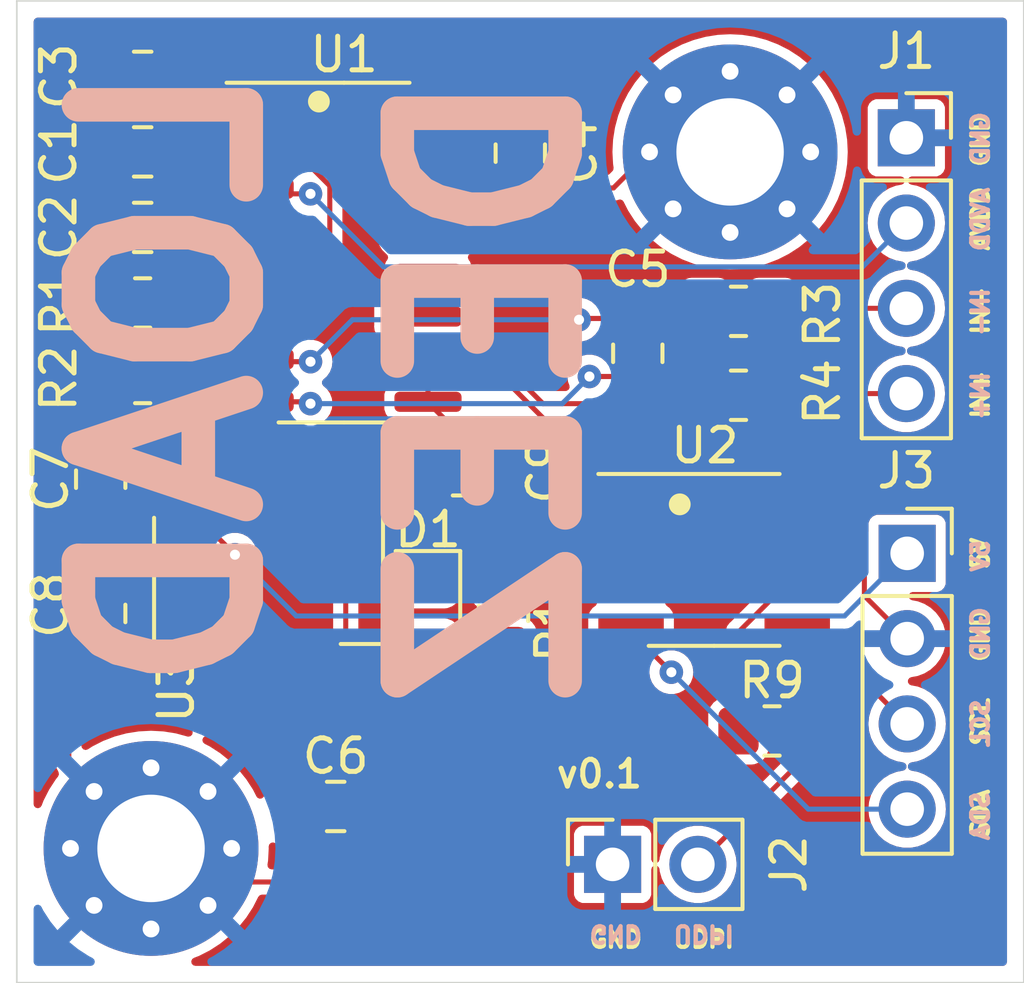
<source format=kicad_pcb>
(kicad_pcb (version 20221018) (generator pcbnew)
  (layers (0 "F.Cu" signal "Front") (1 "In1.Cu" signal) (2 "In2.Cu" signal) (31 "B.Cu" signal "Back") (34 "B.Paste" user) (35 "F.Paste" user) (36 "B.SilkS" user "B.Silkscreen") (37 "F.SilkS" user "F.Silkscreen") (38 "B.Mask" user) (39 "F.Mask" user) (44 "Edge.Cuts" user))
  (net 0 "")
  (net 1 "GND")
  (net 2 "+5V")
  (net 3 "AVDD")
  (net 4 "IN-")
  (net 5 "IN+")
  (net 6 "Net-(J1-Pin_3)")
  (net 7 "Net-(J1-Pin_4)")
  (net 8 "UDPI")
  (net 9 "Net-(U1-VFB)")
  (net 10 "Net-(U2-~{RESET}{slash}PA0)")
  (net 11 "PD_SCK")
  (net 12 "DOUT")
  (net 13 "+3.3V")
  (net 14 "SCL")
  (net 15 "SDA")
  (net 16 "Net-(U2-PA7)")
  (net 17 "Net-(D1-A)")
  (footprint "Resistor_SMD:R_0805_2012Metric_Pad1.20x1.40mm_HandSolder" (layer "F.Cu") (at 126 96.75 180)
    (fp_text reference "R3" (at -2.5 -0.1 90) (layer "F.SilkS"))
    (fp_text value "100" hide)
    (fp_line (start -0.227064 -0.735) (end 0.227064 -0.735) (stroke (width 0.12)) (layer "F.SilkS"))
    (fp_line (start -0.227064 0.735) (end 0.227064 0.735) (stroke (width 0.12)) (layer "F.SilkS"))
    (pad "1" smd roundrect (at -1 0 180) (size 1.2 1.4) (layers "F.Cu" "F.Paste" "F.Mask") (roundrect_rratio 0.2083333333) (net 6 "Net-(J1-Pin_3)"))
    (pad "2" smd roundrect (at 1 0 180) (size 1.2 1.4) (layers "F.Cu" "F.Paste" "F.Mask") (roundrect_rratio 0.2083333333) (net 4 "IN-"))
  )
  (footprint "Capacitor_SMD:C_0805_2012Metric_Pad1.18x1.45mm_HandSolder" (layer "F.Cu") (at 107 101.75 90)
    (fp_text reference "C7" (at 0 -1.5 270) (layer "F.SilkS"))
    (fp_text value "10u" hide)
    (fp_line (start -0.261252 -0.735) (end 0.261252 -0.735) (stroke (width 0.12)) (layer "F.SilkS"))
    (fp_line (start -0.261252 0.735) (end 0.261252 0.735) (stroke (width 0.12)) (layer "F.SilkS"))
    (pad "1" smd roundrect (at -1.0375 0 90) (size 1.175 1.45) (layers "F.Cu" "F.Paste" "F.Mask") (roundrect_rratio 0.212766) (net 2 "+5V"))
    (pad "2" smd roundrect (at 1.0375 0 90) (size 1.175 1.45) (layers "F.Cu" "F.Paste" "F.Mask") (roundrect_rratio 0.212766) (net 1 "GND"))
  )
  (footprint "Connector_PinSocket_2.54mm:PinSocket_1x04_P2.54mm_Vertical" (layer "F.Cu") (at 131 91.58)
    (fp_text reference "J1" (at 0 -2.58) (layer "F.SilkS"))
    (fp_text value "Strain Gauge" hide)
    (fp_line (start -1.33 1.27) (end -1.33 8.95) (stroke (width 0.12)) (layer "F.SilkS"))
    (fp_line (start -1.33 1.27) (end 1.33 1.27) (stroke (width 0.12)) (layer "F.SilkS"))
    (fp_line (start -1.33 8.95) (end 1.33 8.95) (stroke (width 0.12)) (layer "F.SilkS"))
    (fp_line (start 0 -1.33) (end 1.33 -1.33) (stroke (width 0.12)) (layer "F.SilkS"))
    (fp_line (start 1.33 -1.33) (end 1.33 0) (stroke (width 0.12)) (layer "F.SilkS"))
    (fp_line (start 1.33 1.27) (end 1.33 8.95) (stroke (width 0.12)) (layer "F.SilkS"))
    (pad "1" thru_hole rect (at 0 0) (size 1.7 1.7) (drill 1) (layers "*.Cu" "*.Mask") (net 1 "GND"))
    (pad "2" thru_hole oval (at 0 2.54) (size 1.7 1.7) (drill 1) (layers "*.Cu" "*.Mask") (net 3 "AVDD"))
    (pad "3" thru_hole oval (at 0 5.08) (size 1.7 1.7) (drill 1) (layers "*.Cu" "*.Mask") (net 6 "Net-(J1-Pin_3)"))
    (pad "4" thru_hole oval (at 0 7.62) (size 1.7 1.7) (drill 1) (layers "*.Cu" "*.Mask") (net 7 "Net-(J1-Pin_4)"))
  )
  (footprint "Resistor_SMD:R_0805_2012Metric_Pad1.20x1.40mm_HandSolder" (layer "F.Cu") (at 127 109.25)
    (fp_text reference "R9" (at 0 -1.5 180) (layer "F.SilkS"))
    (fp_text value "4k7" hide)
    (fp_line (start -0.227064 -0.735) (end 0.227064 -0.735) (stroke (width 0.12)) (layer "F.SilkS"))
    (fp_line (start -0.227064 0.735) (end 0.227064 0.735) (stroke (width 0.12)) (layer "F.SilkS"))
    (pad "1" smd roundrect (at -1 0) (size 1.2 1.4) (layers "F.Cu" "F.Paste" "F.Mask") (roundrect_rratio 0.2083333333) (net 10 "Net-(U2-~{RESET}{slash}PA0)"))
    (pad "2" smd roundrect (at 1 0) (size 1.2 1.4) (layers "F.Cu" "F.Paste" "F.Mask") (roundrect_rratio 0.2083333333) (net 8 "UDPI"))
  )
  (footprint "MountingHole:MountingHole_3.2mm_M3_Pad_Via" (layer "F.Cu") (at 108.5 112.75)
    (fp_text reference "H1" hide)
    (fp_text value "MountingHole_Pad" hide)
    (pad "1" thru_hole circle (at -2.4 0) (size 0.8 0.8) (drill 0.5) (layers "*.Cu" "*.Mask") (net 1 "GND"))
    (pad "1" thru_hole circle (at -1.697056 -1.697056) (size 0.8 0.8) (drill 0.5) (layers "*.Cu" "*.Mask") (net 1 "GND"))
    (pad "1" thru_hole circle (at -1.697056 1.697056) (size 0.8 0.8) (drill 0.5) (layers "*.Cu" "*.Mask") (net 1 "GND"))
    (pad "1" thru_hole circle (at 0 -2.4) (size 0.8 0.8) (drill 0.5) (layers "*.Cu" "*.Mask") (net 1 "GND"))
    (pad "1" thru_hole circle (at 0 0) (size 6.4 6.4) (drill 3.2) (layers "*.Cu" "*.Mask") (net 1 "GND"))
    (pad "1" thru_hole circle (at 0 2.4) (size 0.8 0.8) (drill 0.5) (layers "*.Cu" "*.Mask") (net 1 "GND"))
    (pad "1" thru_hole circle (at 1.697056 -1.697056) (size 0.8 0.8) (drill 0.5) (layers "*.Cu" "*.Mask") (net 1 "GND"))
    (pad "1" thru_hole circle (at 1.697056 1.697056) (size 0.8 0.8) (drill 0.5) (layers "*.Cu" "*.Mask") (net 1 "GND"))
    (pad "1" thru_hole circle (at 2.4 0) (size 0.8 0.8) (drill 0.5) (layers "*.Cu" "*.Mask") (net 1 "GND"))
  )
  (footprint "Resistor_SMD:R_0805_2012Metric_Pad1.20x1.40mm_HandSolder" (layer "F.Cu") (at 108.25 98.75 180)
    (fp_text reference "R2" (at 2.5 0 90) (layer "F.SilkS"))
    (fp_text value "12K" hide)
    (fp_line (start -0.227064 -0.735) (end 0.227064 -0.735) (stroke (width 0.12)) (layer "F.SilkS"))
    (fp_line (start -0.227064 0.735) (end 0.227064 0.735) (stroke (width 0.12)) (layer "F.SilkS"))
    (pad "1" smd roundrect (at -1 0 180) (size 1.2 1.4) (layers "F.Cu" "F.Paste" "F.Mask") (roundrect_rratio 0.208333) (net 9 "Net-(U1-VFB)"))
    (pad "2" smd roundrect (at 1 0 180) (size 1.2 1.4) (layers "F.Cu" "F.Paste" "F.Mask") (roundrect_rratio 0.208333) (net 1 "GND"))
  )
  (footprint "Capacitor_SMD:C_0805_2012Metric_Pad1.18x1.45mm_HandSolder" (layer "F.Cu") (at 119.5 92.0375 90)
    (fp_text reference "C4" (at 0.0375 1.75 90) (layer "F.SilkS"))
    (fp_text value "10u" hide)
    (fp_line (start -0.261252 -0.735) (end 0.261252 -0.735) (stroke (width 0.12)) (layer "F.SilkS"))
    (fp_line (start -0.261252 0.735) (end 0.261252 0.735) (stroke (width 0.12)) (layer "F.SilkS"))
    (pad "1" smd roundrect (at -1.0375 0 90) (size 1.175 1.45) (layers "F.Cu" "F.Paste" "F.Mask") (roundrect_rratio 0.212766) (net 1 "GND"))
    (pad "2" smd roundrect (at 1.0375 0 90) (size 1.175 1.45) (layers "F.Cu" "F.Paste" "F.Mask") (roundrect_rratio 0.212766) (net 13 "+3.3V"))
  )
  (footprint "Package_SO:SOP-16_3.9x9.9mm_P1.27mm" (layer "F.Cu") (at 114.25 95)
    (fp_text reference "U1" (at 0 -5.9) (layer "F.SilkS"))
    (fp_text value "HX717")
    (fp_line (start 0 -5.06) (end -3.5 -5.06) (stroke (width 0.12)) (layer "F.SilkS"))
    (fp_line (start 0 -5.06) (end 1.95 -5.06) (stroke (width 0.12)) (layer "F.SilkS"))
    (fp_line (start 0 5.06) (end -1.95 5.06) (stroke (width 0.12)) (layer "F.SilkS"))
    (fp_line (start 0 5.06) (end 1.95 5.06) (stroke (width 0.12)) (layer "F.SilkS"))
    (pad "1" smd roundrect (at -2.5 -4.445) (size 2 0.6) (layers "F.Cu" "F.Paste" "F.Mask") (net 13 "+3.3V"))
    (pad "2" smd roundrect (at -2.5 -3.175) (size 2 0.6) (layers "F.Cu" "F.Paste" "F.Mask") (net 1 "GND"))
    (pad "3" smd roundrect (at -2.5 -1.905) (size 2 0.6) (layers "F.Cu" "F.Paste" "F.Mask") (net 3 "AVDD"))
    (pad "4" smd roundrect (at -2.5 -0.635) (size 2 0.6) (layers "F.Cu" "F.Paste" "F.Mask") (net 9 "Net-(U1-VFB)"))
    (pad "5" smd roundrect (at -2.5 0.635) (size 2 0.6) (layers "F.Cu" "F.Paste" "F.Mask") (net 1 "GND"))
    (pad "6" smd roundrect (at -2.5 1.905) (size 2 0.6) (layers "F.Cu" "F.Paste" "F.Mask") (net 13 "+3.3V"))
    (pad "7" smd roundrect (at -2.5 3.175) (size 2 0.6) (layers "F.Cu" "F.Paste" "F.Mask") (net 4 "IN-"))
    (pad "8" smd roundrect (at -2.5 4.445) (size 2 0.6) (layers "F.Cu" "F.Paste" "F.Mask") (net 5 "IN+"))
    (pad "9" smd roundrect (at 2.5 4.445) (size 2 0.6) (layers "F.Cu" "F.Paste" "F.Mask") (net 1 "GND"))
    (pad "10" smd roundrect (at 2.5 3.175) (size 2 0.6) (layers "F.Cu" "F.Paste" "F.Mask") (net 1 "GND"))
    (pad "11" smd roundrect (at 2.5 1.905) (size 2 0.6) (layers "F.Cu" "F.Paste" "F.Mask") (net 11 "PD_SCK"))
    (pad "12" smd roundrect (at 2.5 0.635) (size 2 0.6) (layers "F.Cu" "F.Paste" "F.Mask") (net 12 "DOUT"))
    (pad "13" smd roundrect (at 2.5 -0.635) (size 2 0.6) (layers "F.Cu" "F.Paste" "F.Mask") (net 13 "+3.3V"))
    (pad "14" smd roundrect (at 2.5 -1.905) (size 2 0.6) (layers "F.Cu" "F.Paste" "F.Mask") (net 1 "GND"))
    (pad "15" smd roundrect (at 2.5 -3.175) (size 2 0.6) (layers "F.Cu" "F.Paste" "F.Mask") (net 1 "GND"))
    (pad "16" smd roundrect (at 2.5 -4.445) (size 2 0.6) (layers "F.Cu" "F.Paste" "F.Mask") (net 13 "+3.3V"))
  )
  (footprint "Capacitor_SMD:C_0805_2012Metric_Pad1.18x1.45mm_HandSolder" (layer "F.Cu") (at 117.75 101.5)
    (fp_text reference "C9" (at 2.5 0 -90) (layer "F.SilkS"))
    (fp_text value "10u" hide)
    (fp_line (start -0.261252 -0.735) (end 0.261252 -0.735) (stroke (width 0.12)) (layer "F.SilkS"))
    (fp_line (start -0.261252 0.735) (end 0.261252 0.735) (stroke (width 0.12)) (layer "F.SilkS"))
    (pad "1" smd roundrect (at -1.0375 0) (size 1.175 1.45) (layers "F.Cu" "F.Paste" "F.Mask") (roundrect_rratio 0.2127659574) (net 13 "+3.3V"))
    (pad "2" smd roundrect (at 1.0375 0) (size 1.175 1.45) (layers "F.Cu" "F.Paste" "F.Mask") (roundrect_rratio 0.2127659574) (net 1 "GND"))
  )
  (footprint "Capacitor_SMD:C_0805_2012Metric_Pad1.18x1.45mm_HandSolder" (layer "F.Cu") (at 108.25 94.25 180)
    (fp_text reference "C2" (at 2.5 0 270) (layer "F.SilkS"))
    (fp_text value "10u" hide)
    (fp_line (start -0.261252 -0.735) (end 0.261252 -0.735) (stroke (width 0.12)) (layer "F.SilkS"))
    (fp_line (start -0.261252 0.735) (end 0.261252 0.735) (stroke (width 0.12)) (layer "F.SilkS"))
    (pad "1" smd roundrect (at -1.0375 0 180) (size 1.175 1.45) (layers "F.Cu" "F.Paste" "F.Mask") (roundrect_rratio 0.212766) (net 3 "AVDD"))
    (pad "2" smd roundrect (at 1.0375 0 180) (size 1.175 1.45) (layers "F.Cu" "F.Paste" "F.Mask") (roundrect_rratio 0.212766) (net 1 "GND"))
  )
  (footprint "Connector_PinSocket_2.54mm:PinSocket_1x02_P2.54mm_Vertical" (layer "F.Cu") (at 122.25 113.225 90)
    (fp_text reference "J2" (at 0 5.25 270) (layer "F.SilkS"))
    (fp_text value "Programmer" hide)
    (fp_line (start -1.33 1.27) (end -1.33 3.87) (stroke (width 0.12)) (layer "F.SilkS"))
    (fp_line (start -1.33 1.27) (end 1.33 1.27) (stroke (width 0.12)) (layer "F.SilkS"))
    (fp_line (start -1.33 3.87) (end 1.33 3.87) (stroke (width 0.12)) (layer "F.SilkS"))
    (fp_line (start 0 -1.33) (end 1.33 -1.33) (stroke (width 0.12)) (layer "F.SilkS"))
    (fp_line (start 1.33 -1.33) (end 1.33 0) (stroke (width 0.12)) (layer "F.SilkS"))
    (fp_line (start 1.33 1.27) (end 1.33 3.87) (stroke (width 0.12)) (layer "F.SilkS"))
    (pad "1" thru_hole rect (at 0 0 90) (size 1.7 1.7) (drill 1) (layers "*.Cu" "*.Mask") (net 1 "GND"))
    (pad "2" thru_hole oval (at 0 2.54 90) (size 1.7 1.7) (drill 1) (layers "*.Cu" "*.Mask") (net 8 "UDPI"))
  )
  (footprint "Package_TO_SOT_SMD:SOT-223-3_TabPin2" (layer "F.Cu") (at 112 104.75 -90)
    (fp_text reference "U3" (at 3.25 2.75 90) (layer "F.SilkS"))
    (fp_text value "AMS1117-3.3" hide)
    (fp_line (start -4.1 -3.41) (end 1.91 -3.41) (stroke (width 0.12)) (layer "F.SilkS"))
    (fp_line (start -1.85 3.41) (end 1.91 3.41) (stroke (width 0.12)) (layer "F.SilkS"))
    (fp_line (start 1.91 -3.41) (end 1.91 -2.15) (stroke (width 0.12)) (layer "F.SilkS"))
    (fp_line (start 1.91 3.41) (end 1.91 2.15) (stroke (width 0.12)) (layer "F.SilkS"))
    (pad "1" smd rect (at -3.15 -2.3 270) (size 2 1.5) (layers "F.Cu" "F.Paste" "F.Mask") (net 1 "GND"))
    (pad "2" smd rect (at -3.15 0 270) (size 2 1.5) (layers "F.Cu" "F.Paste" "F.Mask") (net 13 "+3.3V"))
    (pad "2" smd rect (at 3.15 0 270) (size 2 3.8) (layers "F.Cu" "F.Paste" "F.Mask") (net 13 "+3.3V"))
    (pad "3" smd rect (at -3.15 2.3 270) (size 2 1.5) (layers "F.Cu" "F.Paste" "F.Mask") (net 2 "+5V"))
  )
  (footprint "Package_SO:SOIC-8_3.9x4.9mm_P1.27mm" (layer "F.Cu") (at 125.275 104.155)
    (fp_text reference "U2" (at -0.275 -3.405) (layer "F.SilkS"))
    (fp_text value "ATtiny202-SS" hide)
    (fp_line (start 0 -2.56) (end -3.45 -2.56) (stroke (width 0.12)) (layer "F.SilkS"))
    (fp_line (start 0 -2.56) (end 1.95 -2.56) (stroke (width 0.12)) (layer "F.SilkS"))
    (fp_line (start 0 2.56) (end -1.95 2.56) (stroke (width 0.12)) (layer "F.SilkS"))
    (fp_line (start 0 2.56) (end 1.95 2.56) (stroke (width 0.12)) (layer "F.SilkS"))
    (pad "1" smd roundrect (at -2.475 -1.905) (size 1.95 0.6) (layers "F.Cu" "F.Paste" "F.Mask") (net 13 "+3.3V"))
    (pad "2" smd roundrect (at -2.475 -0.635) (size 1.95 0.6) (layers "F.Cu" "F.Paste" "F.Mask") (net 12 "DOUT"))
    (pad "3" smd roundrect (at -2.475 0.635) (size 1.95 0.6) (layers "F.Cu" "F.Paste" "F.Mask") (net 16 "Net-(U2-PA7)"))
    (pad "4" smd roundrect (at -2.475 1.905) (size 1.95 0.6) (layers "F.Cu" "F.Paste" "F.Mask") (net 15 "SDA"))
    (pad "5" smd roundrect (at 2.475 1.905) (size 1.95 0.6) (layers "F.Cu" "F.Paste" "F.Mask") (net 14 "SCL"))
    (pad "6" smd roundrect (at 2.475 0.635) (size 1.95 0.6) (layers "F.Cu" "F.Paste" "F.Mask") (net 10 "Net-(U2-~{RESET}{slash}PA0)"))
    (pad "7" smd roundrect (at 2.475 -0.635) (size 1.95 0.6) (layers "F.Cu" "F.Paste" "F.Mask") (net 11 "PD_SCK"))
    (pad "8" smd roundrect (at 2.475 -1.905) (size 1.95 0.6) (layers "F.Cu" "F.Paste" "F.Mask") (net 1 "GND"))
  )
  (footprint "Connector_PinSocket_2.54mm:PinSocket_1x04_P2.54mm_Vertical" (layer "F.Cu") (at 131.025 103.96)
    (fp_text reference "J3" (at -0.025 -2.46) (layer "F.SilkS"))
    (fp_text value "KLIPPER" hide)
    (fp_line (start -1.33 1.27) (end -1.33 8.95) (stroke (width 0.12)) (layer "F.SilkS"))
    (fp_line (start -1.33 1.27) (end 1.33 1.27) (stroke (width 0.12)) (layer "F.SilkS"))
    (fp_line (start -1.33 8.95) (end 1.33 8.95) (stroke (width 0.12)) (layer "F.SilkS"))
    (fp_line (start 0 -1.33) (end 1.33 -1.33) (stroke (width 0.12)) (layer "F.SilkS"))
    (fp_line (start 1.33 -1.33) (end 1.33 0) (stroke (width 0.12)) (layer "F.SilkS"))
    (fp_line (start 1.33 1.27) (end 1.33 8.95) (stroke (width 0.12)) (layer "F.SilkS"))
    (pad "1" thru_hole rect (at 0 0) (size 1.7 1.7) (drill 1) (layers "*.Cu" "*.Mask") (net 2 "+5V"))
    (pad "2" thru_hole oval (at 0 2.54) (size 1.7 1.7) (drill 1) (layers "*.Cu" "*.Mask") (net 1 "GND"))
    (pad "3" thru_hole oval (at 0 5.08) (size 1.7 1.7) (drill 1) (layers "*.Cu" "*.Mask") (net 14 "SCL"))
    (pad "4" thru_hole oval (at 0 7.62) (size 1.7 1.7) (drill 1) (layers "*.Cu" "*.Mask") (net 15 "SDA"))
  )
  (footprint "Capacitor_SMD:C_0805_2012Metric_Pad1.18x1.45mm_HandSolder" (layer "F.Cu") (at 108.25 89.75)
    (fp_text reference "C3" (at -2.5 0 90) (layer "F.SilkS"))
    (fp_text value "0u1" hide)
    (fp_line (start -0.261252 -0.735) (end 0.261252 -0.735) (stroke (width 0.12)) (layer "F.SilkS"))
    (fp_line (start -0.261252 0.735) (end 0.261252 0.735) (stroke (width 0.12)) (layer "F.SilkS"))
    (pad "1" smd roundrect (at -1.0375 0) (size 1.175 1.45) (layers "F.Cu" "F.Paste" "F.Mask") (roundrect_rratio 0.212766) (net 1 "GND"))
    (pad "2" smd roundrect (at 1.0375 0) (size 1.175 1.45) (layers "F.Cu" "F.Paste" "F.Mask") (roundrect_rratio 0.212766) (net 13 "+3.3V"))
  )
  (footprint "Resistor_SMD:R_0805_2012Metric_Pad1.20x1.40mm_HandSolder" (layer "F.Cu") (at 126 99.25 180)
    (fp_text reference "R4" (at -2.5 0.1 90) (layer "F.SilkS"))
    (fp_text value "100" hide)
    (fp_line (start -0.227064 -0.735) (end 0.227064 -0.735) (stroke (width 0.12)) (layer "F.SilkS"))
    (fp_line (start -0.227064 0.735) (end 0.227064 0.735) (stroke (width 0.12)) (layer "F.SilkS"))
    (pad "1" smd roundrect (at -1 0 180) (size 1.2 1.4) (layers "F.Cu" "F.Paste" "F.Mask") (roundrect_rratio 0.2083333333) (net 7 "Net-(J1-Pin_4)"))
    (pad "2" smd roundrect (at 1 0 180) (size 1.2 1.4) (layers "F.Cu" "F.Paste" "F.Mask") (roundrect_rratio 0.2083333333) (net 5 "IN+"))
  )
  (footprint "MountingHole:MountingHole_3.2mm_M3_Pad_Via" (layer "F.Cu") (at 125.75 92)
    (fp_text reference "H2" hide)
    (fp_text value "MountingHole_Pad" hide)
    (pad "1" thru_hole circle (at -2.4 0) (size 0.8 0.8) (drill 0.5) (layers "*.Cu" "*.Mask") (net 1 "GND"))
    (pad "1" thru_hole circle (at -1.697056 -1.697056) (size 0.8 0.8) (drill 0.5) (layers "*.Cu" "*.Mask") (net 1 "GND"))
    (pad "1" thru_hole circle (at -1.697056 1.697056) (size 0.8 0.8) (drill 0.5) (layers "*.Cu" "*.Mask") (net 1 "GND"))
    (pad "1" thru_hole circle (at 0 -2.4) (size 0.8 0.8) (drill 0.5) (layers "*.Cu" "*.Mask") (net 1 "GND"))
    (pad "1" thru_hole circle (at 0 0) (size 6.4 6.4) (drill 3.2) (layers "*.Cu" "*.Mask") (net 1 "GND"))
    (pad "1" thru_hole circle (at 0 2.4) (size 0.8 0.8) (drill 0.5) (layers "*.Cu" "*.Mask") (net 1 "GND"))
    (pad "1" thru_hole circle (at 1.697056 -1.697056) (size 0.8 0.8) (drill 0.5) (layers "*.Cu" "*.Mask") (net 1 "GND"))
    (pad "1" thru_hole circle (at 1.697056 1.697056) (size 0.8 0.8) (drill 0.5) (layers "*.Cu" "*.Mask") (net 1 "GND"))
    (pad "1" thru_hole circle (at 2.4 0) (size 0.8 0.8) (drill 0.5) (layers "*.Cu" "*.Mask") (net 1 "GND"))
  )
  (footprint "Capacitor_SMD:C_0805_2012Metric_Pad1.18x1.45mm_HandSolder" (layer "F.Cu") (at 107 105.75 90)
    (fp_text reference "C8" (at 0.25 -1.5 270) (layer "F.SilkS"))
    (fp_text value "10u" hide)
    (fp_line (start -0.261252 -0.735) (end 0.261252 -0.735) (stroke (width 0.12)) (layer "F.SilkS"))
    (fp_line (start -0.261252 0.735) (end 0.261252 0.735) (stroke (width 0.12)) (layer "F.SilkS"))
    (pad "1" smd roundrect (at -1.0375 0 90) (size 1.175 1.45) (layers "F.Cu" "F.Paste" "F.Mask") (roundrect_rratio 0.212766) (net 2 "+5V"))
    (pad "2" smd roundrect (at 1.0375 0 90) (size 1.175 1.45) (layers "F.Cu" "F.Paste" "F.Mask") (roundrect_rratio 0.212766) (net 1 "GND"))
  )
  (footprint "Capacitor_SMD:C_0805_2012Metric_Pad1.18x1.45mm_HandSolder" (layer "F.Cu") (at 123 98 90)
    (fp_text reference "C5" (at 2.5 0 180) (layer "F.SilkS"))
    (fp_text value "0u1" hide)
    (fp_line (start -0.261252 -0.735) (end 0.261252 -0.735) (stroke (width 0.12)) (layer "F.SilkS"))
    (fp_line (start -0.261252 0.735) (end 0.261252 0.735) (stroke (width 0.12)) (layer "F.SilkS"))
    (pad "1" smd roundrect (at -1.0375 0 90) (size 1.175 1.45) (layers "F.Cu" "F.Paste" "F.Mask") (roundrect_rratio 0.2127659574) (net 5 "IN+"))
    (pad "2" smd roundrect (at 1.0375 0 90) (size 1.175 1.45) (layers "F.Cu" "F.Paste" "F.Mask") (roundrect_rratio 0.2127659574) (net 4 "IN-"))
  )
  (footprint "Capacitor_SMD:C_0805_2012Metric_Pad1.18x1.45mm_HandSolder" (layer "F.Cu") (at 108.25 92 180)
    (fp_text reference "C1" (at 2.5 0 90) (layer "F.SilkS"))
    (fp_text value "0u1" hide)
    (fp_line (start -0.261252 -0.735) (end 0.261252 -0.735) (stroke (width 0.12)) (layer "F.SilkS"))
    (fp_line (start -0.261252 0.735) (end 0.261252 0.735) (stroke (width 0.12)) (layer "F.SilkS"))
    (pad "1" smd roundrect (at -1.0375 0 180) (size 1.175 1.45) (layers "F.Cu" "F.Paste" "F.Mask") (roundrect_rratio 0.212766) (net 3 "AVDD"))
    (pad "2" smd roundrect (at 1.0375 0 180) (size 1.175 1.45) (layers "F.Cu" "F.Paste" "F.Mask") (roundrect_rratio 0.212766) (net 1 "GND"))
  )
  (footprint "Resistor_SMD:R_0805_2012Metric_Pad1.20x1.40mm_HandSolder" (layer "F.Cu") (at 119 105.75 -90)
    (fp_text reference "R10" (at 0 -1.5 90) (layer "F.SilkS"))
    (fp_text value "100" hide)
    (fp_line (start -0.227064 -0.735) (end 0.227064 -0.735) (stroke (width 0.12)) (layer "F.SilkS"))
    (fp_line (start -0.227064 0.735) (end 0.227064 0.735) (stroke (width 0.12)) (layer "F.SilkS"))
    (pad "1" smd roundrect (at -1 0 270) (size 1.2 1.4) (layers "F.Cu" "F.Paste" "F.Mask") (roundrect_rratio 0.2083333333) (net 16 "Net-(U2-PA7)"))
    (pad "2" smd roundrect (at 1 0 270) (size 1.2 1.4) (layers "F.Cu" "F.Paste" "F.Mask") (roundrect_rratio 0.2083333333) (net 17 "Net-(D1-A)"))
  )
  (footprint "LED_SMD:LED_0805_2012Metric_Pad1.15x1.40mm_HandSolder" (layer "F.Cu") (at 116.75 105.75 -90)
    (fp_text reference "D1" (at -2.5 0) (layer "F.SilkS"))
    (fp_text value "B1701NB" hide)
    (fp_line (start -1.86 -0.96) (end -1.86 0.96) (stroke (width 0.12)) (layer "F.SilkS"))
    (fp_line (start -1.86 0.96) (end 1 0.96) (stroke (width 0.12)) (layer "F.SilkS"))
    (fp_line (start 1 -0.96) (end -1.86 -0.96) (stroke (width 0.12)) (layer "F.SilkS"))
    (pad "1" smd roundrect (at -1.025 0 270) (size 1.15 1.4) (layers "F.Cu" "F.Paste" "F.Mask") (roundrect_rratio 0.2173913043) (net 1 "GND"))
    (pad "2" smd roundrect (at 1.025 0 270) (size 1.15 1.4) (layers "F.Cu" "F.Paste" "F.Mask") (roundrect_rratio 0.2173913043) (net 17 "Net-(D1-A)"))
  )
  (footprint "Capacitor_SMD:C_0805_2012Metric_Pad1.18x1.45mm_HandSolder" (layer "F.Cu") (at 114 111.5)
    (fp_text reference "C6" (at 0 -1.5) (layer "F.SilkS"))
    (fp_text value "0u1" hide)
    (fp_line (start -0.261252 -0.735) (end 0.261252 -0.735) (stroke (width 0.12)) (layer "F.SilkS"))
    (fp_line (start -0.261252 0.735) (end 0.261252 0.735) (stroke (width 0.12)) (layer "F.SilkS"))
    (pad "1" smd roundrect (at -1.0375 0) (size 1.175 1.45) (layers "F.Cu" "F.Paste" "F.Mask") (roundrect_rratio 0.2127659574) (net 13 "+3.3V"))
    (pad "2" smd roundrect (at 1.0375 0) (size 1.175 1.45) (layers "F.Cu" "F.Paste" "F.Mask") (roundrect_rratio 0.2127659574) (net 1 "GND"))
  )
  (footprint "Resistor_SMD:R_0805_2012Metric_Pad1.20x1.40mm_HandSolder" (layer "F.Cu") (at 108.25 96.5)
    (fp_text reference "R1" (at -2.5 0 90) (layer "F.SilkS"))
    (fp_text value "33K" hide)
    (fp_line (start -0.227064 -0.735) (end 0.227064 -0.735) (stroke (width 0.12)) (layer "F.SilkS"))
    (fp_line (start -0.227064 0.735) (end 0.227064 0.735) (stroke (width 0.12)) (layer "F.SilkS"))
    (pad "1" smd roundrect (at -1 0) (size 1.2 1.4) (layers "F.Cu" "F.Paste" "F.Mask") (roundrect_rratio 0.208333) (net 3 "AVDD"))
    (pad "2" smd roundrect (at 1 0) (size 1.2 1.4) (layers "F.Cu" "F.Paste" "F.Mask") (roundrect_rratio 0.208333) (net 9 "Net-(U1-VFB)"))
  )
  (gr_circle (center 113.5 90.5) (end 113.75 90.5) (stroke (width 0.15)) (fill solid) (layer "F.SilkS"))
  (gr_circle (center 124.25 102.5) (end 124.5 102.5) (stroke (width 0.15)) (fill solid) (layer "F.SilkS"))
  (gr_rect (start 104.5 87.5) (end 134.5 116.75) (stroke (width 0.05)) (fill none) (layer "Edge.Cuts"))
  (gr_text "LOAD" (at 112 88.75 90) (layer "B.SilkS") (effects (font (size 5 5) (thickness 1) bold) (justify left bottom mirror)))
  (gr_text "SCL" (at 133.5 108.25 90) (layer "B.SilkS") (effects (font (size 0.5 0.5) (thickness 0.125) bold) (justify left bottom mirror)))
  (gr_text "5V" (at 133.5 103.5 90) (layer "B.SilkS") (effects (font (size 0.5 0.5) (thickness 0.125) bold) (justify left bottom mirror)))
  (gr_text "IN+" (at 133.5 98.5 90) (layer "B.SilkS") (effects (font (size 0.5 0.5) (thickness 0.125) bold) (justify left bottom mirror)))
  (gr_text "DEEZ" (at 121.5 89 90) (layer "B.SilkS") (effects (font (size 5 5) (thickness 1) bold) (justify left bottom mirror)))
  (gr_text "IN-" (at 133.5 96 90) (layer "B.SilkS") (effects (font (size 0.5 0.5) (thickness 0.125) bold) (justify left bottom mirror)))
  (gr_text "GND" (at 121.5 115 180) (layer "B.SilkS") (effects (font (size 0.5 0.5) (thickness 0.125) bold) (justify left bottom mirror)))
  (gr_text "GND" (at 133.5 90.75 90) (layer "B.SilkS") (effects (font (size 0.5 0.5) (thickness 0.125) bold) (justify left bottom mirror)))
  (gr_text "AVDD" (at 133.5 93 90) (layer "B.SilkS") (effects (font (size 0.5 0.5) (thickness 0.125) bold) (justify left bottom mirror)))
  (gr_text "GND" (at 133.5 105.5 90) (layer "B.SilkS") (effects (font (size 0.5 0.5) (thickness 0.125) bold) (justify left bottom mirror)))
  (gr_text "UDPI" (at 124 115 180) (layer "B.SilkS") (effects (font (size 0.5 0.5) (thickness 0.125) bold) (justify left bottom mirror)))
  (gr_text "SDA" (at 133.5 111 90) (layer "B.SilkS") (effects (font (size 0.5 0.5) (thickness 0.125) bold) (justify left bottom mirror)))
  (gr_text "GND" (at 121.5 115.75) (layer "F.SilkS") (effects (font (size 0.5 0.5) (thickness 0.125) bold) (justify left bottom)))
  (gr_text "SDA" (at 133.5 112.5 90) (layer "F.SilkS") (effects (font (size 0.5 0.5) (thickness 0.125) bold) (justify left bottom)))
  (gr_text "IN-" (at 133.5 97.5 90) (layer "F.SilkS") (effects (font (size 0.5 0.5) (thickness 0.125) bold) (justify left bottom)))
  (gr_text "IN+" (at 133.5 100 90) (layer "F.SilkS") (effects (font (size 0.5 0.5) (thickness 0.125) bold) (justify left bottom)))
  (gr_text "5V" (at 133.5 104.5 90) (layer "F.SilkS") (effects (font (size 0.5 0.5) (thickness 0.125) bold) (justify left bottom)))
  (gr_text "GND" (at 133.5 107.25 90) (layer "F.SilkS") (effects (font (size 0.5 0.5) (thickness 0.125) bold) (justify left bottom)))
  (gr_text "SCL" (at 133.5 109.75 90) (layer "F.SilkS") (effects (font (size 0.5 0.5) (thickness 0.125) bold) (justify left bottom)))
  (gr_text "v0.1" (at 120.5 111) (layer "F.SilkS") (effects (font (size 0.8 0.8) (thickness 0.15) bold) (justify left bottom)))
  (gr_text "UDPI" (at 124 115.75) (layer "F.SilkS") (effects (font (size 0.5 0.5) (thickness 0.125) bold) (justify left bottom)))
  (gr_text "AVDD" (at 133.5 95 90) (layer "F.SilkS") (effects (font (size 0.5 0.5) (thickness 0.125) bold) (justify left bottom)))
  (gr_text "GND" (at 133.5 92.5 90) (layer "F.SilkS") (effects (font (size 0.5 0.5) (thickness 0.125) bold) (justify left bottom)))
  (segment (start 116.75 104.725) (end 116.75 104.05) (width 0.15) (layer "F.Cu") (net 1))
  (segment (start 107.2125 89.75) (end 107.2125 92) (width 0.15) (layer "F.Cu") (net 1))
  (segment (start 129.75 104.01467) (end 129.75 105.225) (width 0.15) (layer "F.Cu") (net 1))
  (segment (start 109.7 90.7) (end 110.825 91.825) (width 0.15) (layer "F.Cu") (net 1))
  (segment (start 119.5 93.075) (end 122.275 93.075) (width 0.15) (layer "F.Cu") (net 1))
  (segment (start 116.75 99.4625) (end 118.7875 101.5) (width 0.15) (layer "F.Cu") (net 1))
  (segment (start 111.75 91.825) (end 112.638173 91.825) (width 0.15) (layer "F.Cu") (net 1))
  (segment (start 106.05 105.6625) (end 106.05 110.247056) (width 0.15) (layer "F.Cu") (net 1))
  (segment (start 106 97.5) (end 107.25 98.75) (width 0.15) (layer "F.Cu") (net 1))
  (segment (start 116.75 91.825) (end 116.75 93.095) (width 0.15) (layer "F.Cu") (net 1))
  (segment (start 114.3 110.7625) (end 115.0375 111.5) (width 0.15) (layer "F.Cu") (net 1))
  (segment (start 129.75 105.225) (end 131.025 106.5) (width 0.15) (layer "F.Cu") (net 1))
  (segment (start 127.98533 102.25) (end 129.75 104.01467) (width 0.15) (layer "F.Cu") (net 1))
  (segment (start 115.0375 112.9625) (end 114.25 113.75) (width 0.15) (layer "F.Cu") (net 1))
  (segment (start 113.825 93.011827) (end 113.825 94.675) (width 0.15) (layer "F.Cu") (net 1))
  (segment (start 107 104.7125) (end 106.05 105.6625) (width 0.15) (layer "F.Cu") (net 1))
  (segment (start 109.552944 113.75) (end 108.552944 112.75) (width 0.15) (layer "F.Cu") (net 1))
  (segment (start 106 95.4625) (end 106 97.5) (width 0.15) (layer "F.Cu") (net 1))
  (segment (start 118.7875 101.5) (end 118.7875 102.6875) (width 0.15) (layer "F.Cu") (net 1))
  (segment (start 107.2125 92) (end 107.2125 94.25) (width 0.15) (layer "F.Cu") (net 1))
  (segment (start 116.75 93.095) (end 119.48 93.095) (width 0.15) (layer "F.Cu") (net 1))
  (segment (start 107.25 98.75) (end 107.25 100.4625) (width 0.15) (layer "F.Cu") (net 1))
  (segment (start 112.865 95.635) (end 111.75 95.635) (width 0.15) (layer "F.Cu") (net 1))
  (segment (start 112.638173 91.825) (end 113.825 93.011827) (width 0.15) (layer "F.Cu") (net 1))
  (segment (start 106.05 110.247056) (end 108.552944 112.75) (width 0.15) (layer "F.Cu") (net 1))
  (segment (start 116.75 104.05) (end 114.3 101.6) (width 0.15) (layer "F.Cu") (net 1))
  (segment (start 119.48 93.095) (end 119.5 93.075) (width 0.15) (layer "F.Cu") (net 1))
  (segment (start 122.275 93.075) (end 123.35 92) (width 0.15) (layer "F.Cu") (net 1))
  (segment (start 115.0375 111.5) (end 115.0375 112.9625) (width 0.15) (layer "F.Cu") (net 1))
  (segment (start 116.75 99.445) (end 116.75 99.4625) (width 0.15) (layer "F.Cu") (net 1))
  (segment (start 107 104.271751) (end 106.05 103.321751) (width 0.15) (layer "F.Cu") (net 1))
  (segment (start 110.825 91.825) (end 111.75 91.825) (width 0.15) (layer "F.Cu") (net 1))
  (segment (start 107.2125 89.75) (end 108.1625 90.7) (width 0.15) (layer "F.Cu") (net 1))
  (segment (start 114.3 101.6) (end 114.3 110.7625) (width 0.15) (layer "F.Cu") (net 1))
  (segment (start 106.05 103.321751) (end 106.05 101.6625) (width 0.15) (layer "F.Cu") (net 1))
  (segment (start 107.25 100.4625) (end 107 100.7125) (width 0.15) (layer "F.Cu") (net 1))
  (segment (start 107 104.7125) (end 107 104.271751) (width 0.15) (layer "F.Cu") (net 1))
  (segment (start 108.1625 90.7) (end 109.7 90.7) (width 0.15) (layer "F.Cu") (net 1))
  (segment (start 127.75 102.25) (end 127.98533 102.25) (width 0.15) (layer "F.Cu") (net 1))
  (segment (start 106.05 101.6625) (end 107 100.7125) (width 0.15) (layer "F.Cu") (net 1))
  (segment (start 116.75 98.175) (end 116.75 99.445) (width 0.15) (layer "F.Cu") (net 1))
  (segment (start 113.825 94.675) (end 112.865 95.635) (width 0.15) (layer "F.Cu") (net 1))
  (segment (start 114.25 113.75) (end 109.552944 113.75) (width 0.15) (layer "F.Cu") (net 1))
  (segment (start 118.7875 102.6875) (end 116.75 104.725) (width 0.15) (layer "F.Cu") (net 1))
  (segment (start 107.2125 94.25) (end 106 95.4625) (width 0.15) (layer "F.Cu") (net 1))
  (segment (start 107 102.7875) (end 108.1875 101.6) (width 0.15) (layer "F.Cu") (net 2))
  (segment (start 109.7 102.7) (end 111 104) (width 0.15) (layer "F.Cu") (net 2))
  (segment (start 109.7 104.0875) (end 109.7 101.6) (width 0.15) (layer "F.Cu") (net 2))
  (segment (start 107 106.7875) (end 109.7 104.0875) (width 0.15) (layer "F.Cu") (net 2))
  (segment (start 108.1875 101.6) (end 109.7 101.6) (width 0.15) (layer "F.Cu") (net 2))
  (segment (start 109.7 101.6) (end 109.7 102.7) (width 0.15) (layer "F.Cu") (net 2))
  (via (at 111 104) (size 0.7) (drill 0.3) (layers "F.Cu" "B.Cu") (net 2))
  (segment (start 129.16 105.825) (end 131.025 103.96) (width 0.15) (layer "B.Cu") (net 2))
  (segment (start 111 104) (end 112.825 105.825) (width 0.15) (layer "B.Cu") (net 2))
  (segment (start 112.825 105.825) (end 129.16 105.825) (width 0.15) (layer "B.Cu") (net 2))
  (segment (start 111.75 93.095) (end 110.3825 93.095) (width 0.15) (layer "F.Cu") (net 3))
  (segment (start 111.75 93.095) (end 111.905 93.25) (width 0.15) (layer "F.Cu") (net 3))
  (segment (start 109.2875 92) (end 109.2875 94.25) (width 0.15) (layer "F.Cu") (net 3))
  (segment (start 109.2875 94.4625) (end 109.2875 94.25) (width 0.15) (layer "F.Cu") (net 3))
  (segment (start 111.905 93.25) (end 113.25 93.25) (width 0.15) (layer "F.Cu") (net 3))
  (segment (start 110.3825 93.095) (end 109.2875 92) (width 0.15) (layer "F.Cu") (net 3))
  (segment (start 107.25 96.5) (end 109.2875 94.4625) (width 0.15) (layer "F.Cu") (net 3))
  (via (at 113.25 93.25) (size 0.7) (drill 0.3) (layers "F.Cu" "B.Cu") (net 3))
  (segment (start 129.695 95.425) (end 131 94.12) (width 0.15) (layer "B.Cu") (net 3))
  (segment (start 115.425 95.425) (end 129.695 95.425) (width 0.15) (layer "B.Cu") (net 3))
  (segment (start 113.25 93.25) (end 115.425 95.425) (width 0.15) (layer "B.Cu") (net 3))
  (segment (start 123.2125 96.75) (end 123 96.9625) (width 0.1524) (layer "F.Cu") (net 4))
  (segment (start 113.25 98.25) (end 111.825 98.25) (width 0.1524) (layer "F.Cu") (net 4))
  (segment (start 123 96.9625) (end 121.2875 96.9625) (width 0.1524) (layer "F.Cu") (net 4))
  (segment (start 121.2875 96.9625) (end 121.25 97) (width 0.1524) (layer "F.Cu") (net 4))
  (segment (start 125 96.75) (end 123.2125 96.75) (width 0.1524) (layer "F.Cu") (net 4))
  (segment (start 111.825 98.25) (end 111.75 98.175) (width 0.1524) (layer "F.Cu") (net 4))
  (via (at 121.25 97) (size 0.7) (drill 0.3) (layers "F.Cu" "B.Cu") (net 4))
  (via (at 113.25 98.25) (size 0.7) (drill 0.3) (layers "F.Cu" "B.Cu") (net 4))
  (segment (start 114.5 97) (end 113.25 98.25) (width 0.1524) (layer "B.Cu") (net 4))
  (segment (start 121.25 97) (end 114.5 97) (width 0.1524) (layer "B.Cu") (net 4))
  (segment (start 113.195 99.445) (end 113.25 99.5) (width 0.1524) (layer "F.Cu") (net 5))
  (segment (start 121.558898 98.691102) (end 122.653602 98.691102) (width 0.1524) (layer "F.Cu") (net 5))
  (segment (start 123.2125 99.25) (end 123 99.0375) (width 0.1524) (layer "F.Cu") (net 5))
  (segment (start 125 99.25) (end 123.2125 99.25) (width 0.1524) (layer "F.Cu") (net 5))
  (segment (start 122.653602 98.691102) (end 123 99.0375) (width 0.1524) (layer "F.Cu") (net 5))
  (segment (start 111.75 99.445) (end 113.195 99.445) (width 0.1524) (layer "F.Cu") (net 5))
  (via (at 113.25 99.5) (size 0.7) (drill 0.3) (layers "F.Cu" "B.Cu") (net 5))
  (via (at 121.558898 98.691102) (size 0.7) (drill 0.3) (layers "F.Cu" "B.Cu") (net 5))
  (segment (start 113.25 99.5) (end 120.75 99.5) (width 0.1524) (layer "B.Cu") (net 5))
  (segment (start 120.75 99.5) (end 121.558898 98.691102) (width 0.1524) (layer "B.Cu") (net 5))
  (segment (start 127 96.75) (end 127.09 96.66) (width 0.15) (layer "F.Cu") (net 6))
  (segment (start 127.09 96.66) (end 131 96.66) (width 0.15) (layer "F.Cu") (net 6))
  (segment (start 127 99.25) (end 127.05 99.2) (width 0.15) (layer "F.Cu") (net 7))
  (segment (start 127.05 99.2) (end 131 99.2) (width 0.15) (layer "F.Cu") (net 7))
  (segment (start 128 109.25) (end 128 110.015) (width 0.15) (layer "F.Cu") (net 8))
  (segment (start 128 110.015) (end 124.79 113.225) (width 0.15) (layer "F.Cu") (net 8))
  (segment (start 111.385 94.365) (end 111.75 94.365) (width 0.15) (layer "F.Cu") (net 9))
  (segment (start 109.25 96.5) (end 109.25 98.75) (width 0.15) (layer "F.Cu") (net 9))
  (segment (start 109.25 96.5) (end 111.385 94.365) (width 0.15) (layer "F.Cu") (net 9))
  (segment (start 127.51467 104.79) (end 126 106.30467) (width 0.15) (layer "F.Cu") (net 10))
  (segment (start 127.75 104.79) (end 127.51467 104.79) (width 0.15) (layer "F.Cu") (net 10))
  (segment (start 126 106.30467) (end 126 109.25) (width 0.15) (layer "F.Cu") (net 10))
  (segment (start 124.228249 101.75) (end 121.978249 99.5) (width 0.15) (layer "F.Cu") (net 11))
  (segment (start 117.579264 96.905) (end 116.75 96.905) (width 0.15) (layer "F.Cu") (net 11))
  (segment (start 121.978249 99.5) (end 120.174264 99.5) (width 0.15) (layer "F.Cu") (net 11))
  (segment (start 120.174264 99.5) (end 117.579264 96.905) (width 0.15) (layer "F.Cu") (net 11))
  (segment (start 127.75 103.52) (end 127.02 103.52) (width 0.15) (layer "F.Cu") (net 11))
  (segment (start 125.25 101.75) (end 124.228249 101.75) (width 0.15) (layer "F.Cu") (net 11))
  (segment (start 127.02 103.52) (end 125.25 101.75) (width 0.15) (layer "F.Cu") (net 11))
  (segment (start 116.48967 95.635) (end 115.525 96.59967) (width 0.15) (layer "F.Cu") (net 12))
  (segment (start 115.96467 97.65) (end 117.9 97.65) (width 0.15) (layer "F.Cu") (net 12))
  (segment (start 121.6 101.35) (end 121.6 102.55533) (width 0.15) (layer "F.Cu") (net 12))
  (segment (start 121.6 102.55533) (end 122.56467 103.52) (width 0.15) (layer "F.Cu") (net 12))
  (segment (start 115.525 97.21033) (end 115.96467 97.65) (width 0.15) (layer "F.Cu") (net 12))
  (segment (start 117.9 97.65) (end 121.6 101.35) (width 0.15) (layer "F.Cu") (net 12))
  (segment (start 122.56467 103.52) (end 122.8 103.52) (width 0.15) (layer "F.Cu") (net 12))
  (segment (start 115.525 96.59967) (end 115.525 97.21033) (width 0.15) (layer "F.Cu") (net 12))
  (segment (start 116.75 95.635) (end 116.48967 95.635) (width 0.15) (layer "F.Cu") (net 12))
  (segment (start 111.75 96.905) (end 111.345 96.905) (width 0.15) (layer "F.Cu") (net 13))
  (segment (start 111.345 96.905) (end 110.5 97.75) (width 0.15) (layer "F.Cu") (net 13))
  (segment (start 111.75 96.905) (end 112.595 96.905) (width 0.15) (layer "F.Cu") (net 13))
  (segment (start 109.2875 89.75) (end 110.0925 90.555) (width 0.15) (layer "F.Cu") (net 13))
  (segment (start 110.0925 90.555) (end 111.75 90.555) (width 0.15) (layer "F.Cu") (net 13))
  (segment (start 116.175736 90.58) (end 116.387868 90.792132) (width 0.15) (layer "F.Cu") (net 13))
  (segment (start 112.0375 102) (end 112 102.0375) (width 0.15) (layer "F.Cu") (net 13))
  (segment (start 110.5 100.1) (end 112 101.6) (width 0.15) (layer "F.Cu") (net 13))
  (segment (start 112 101.6) (end 112 107.9) (width 0.15) (layer "F.Cu") (net 13))
  (segment (start 110.5 97.75) (end 110.5 100.1) (width 0.15) (layer "F.Cu") (net 13))
  (segment (start 117.195 91) (end 116.75 90.555) (width 0.15) (layer "F.Cu") (net 13))
  (segment (start 119.5 91) (end 117.195 91) (width 0.15) (layer "F.Cu") (net 13))
  (segment (start 127.75 106.06) (end 128.045 106.06) (width 0.15) (layer "F.Cu") (net 14))
  (segment (start 128.045 106.06) (end 131.025 109.04) (width 0.15) (layer "F.Cu") (net 14))
  (segment (start 122.8 106.06) (end 122.8 106.3) (width 0.15) (layer "F.Cu") (net 15))
  (segment (start 122.8 106.3) (end 124 107.5) (width 0.15) (layer "F.Cu") (net 15))
  (via (at 124 107.5) (size 0.7) (drill 0.3) (layers "F.Cu" "B.Cu") (net 15))
  (segment (start 128.08 111.58) (end 131.025 111.58) (width 0.15) (layer "B.Cu") (net 15))
  (segment (start 124 107.5) (end 128.08 111.58) (width 0.15) (layer "B.Cu") (net 15))
  (segment (start 122.8 104.79) (end 119.04 104.79) (width 0.15) (layer "F.Cu") (net 16))
  (segment (start 119.04 104.79) (end 119 104.75) (width 0.15) (layer "F.Cu") (net 16))
  (segment (start 116.775 106.75) (end 116.75 106.775) (width 0.15) (layer "F.Cu") (net 17))
  (segment (start 119 106.75) (end 116.775 106.75) (width 0.15) (layer "F.Cu") (net 17))
  (zone (net 13) (net_name "+3.3V") (layer "F.Cu") (connect_pads (clearance 0.3)) (min_thickness 0.25) (fill yes (thermal_gap 0.5) (thermal_bridge_width 0.5))
    (polygon (pts (xy 134.5 116.75) (xy 134.5 87.5) (xy 104.45 87.5) (xy 104.5 116.75)))
  )
  (zone (net 1) (net_name "GND") (layer "B.Cu") (priority 1) (connect_pads (clearance 0.3)) (min_thickness 0.25) (fill yes (thermal_gap 0.5) (thermal_bridge_width 0.5))
    (polygon (pts (xy 134.5 87.5) (xy 104.5 87.5) (xy 104.5 116.75) (xy 134.5 116.75)))
  )
)
</source>
